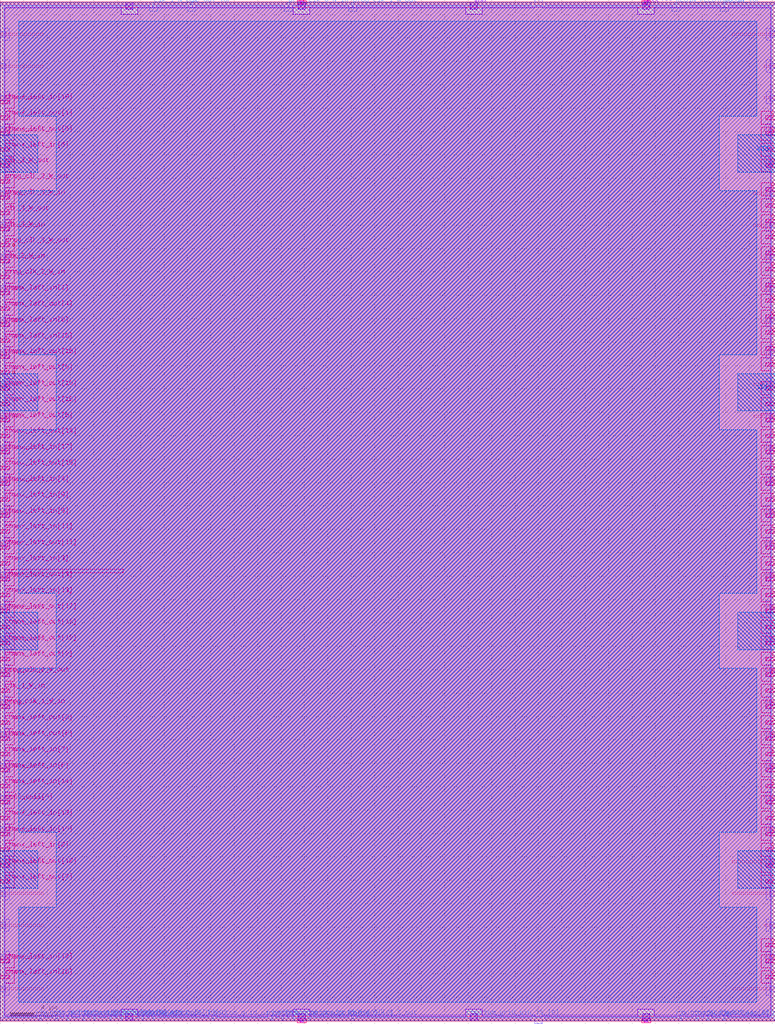
<source format=lef>
VERSION 5.7 ;
BUSBITCHARS "[]" ;

UNITS
  DATABASE MICRONS 1000 ;
END UNITS

MANUFACTURINGGRID 0.005 ;

LAYER li1
  TYPE ROUTING ;
  DIRECTION VERTICAL ;
  PITCH 0.46 ;
  WIDTH 0.17 ;
END li1

LAYER mcon
  TYPE CUT ;
END mcon

LAYER met1
  TYPE ROUTING ;
  DIRECTION HORIZONTAL ;
  PITCH 0.34 ;
  WIDTH 0.14 ;
END met1

LAYER via
  TYPE CUT ;
END via

LAYER met2
  TYPE ROUTING ;
  DIRECTION VERTICAL ;
  PITCH 0.46 ;
  WIDTH 0.14 ;
END met2

LAYER via2
  TYPE CUT ;
END via2

LAYER met3
  TYPE ROUTING ;
  DIRECTION HORIZONTAL ;
  PITCH 0.68 ;
  WIDTH 0.3 ;
END met3

LAYER via3
  TYPE CUT ;
END via3

LAYER met4
  TYPE ROUTING ;
  DIRECTION VERTICAL ;
  PITCH 0.92 ;
  WIDTH 0.3 ;
END met4

LAYER via4
  TYPE CUT ;
END via4

LAYER met5
  TYPE ROUTING ;
  DIRECTION HORIZONTAL ;
  PITCH 3.4 ;
  WIDTH 1.6 ;
END met5

LAYER nwell
  TYPE MASTERSLICE ;
END nwell

LAYER pwell
  TYPE MASTERSLICE ;
END pwell

LAYER OVERLAP
  TYPE OVERLAP ;
END OVERLAP

VIA L1M1_PR
  LAYER li1 ;
    RECT -0.085 -0.085 0.085 0.085 ;
  LAYER mcon ;
    RECT -0.085 -0.085 0.085 0.085 ;
  LAYER met1 ;
    RECT -0.145 -0.115 0.145 0.115 ;
END L1M1_PR

VIA L1M1_PR_R
  LAYER li1 ;
    RECT -0.085 -0.085 0.085 0.085 ;
  LAYER mcon ;
    RECT -0.085 -0.085 0.085 0.085 ;
  LAYER met1 ;
    RECT -0.115 -0.145 0.115 0.145 ;
END L1M1_PR_R

VIA L1M1_PR_M
  LAYER li1 ;
    RECT -0.085 -0.085 0.085 0.085 ;
  LAYER mcon ;
    RECT -0.085 -0.085 0.085 0.085 ;
  LAYER met1 ;
    RECT -0.115 -0.145 0.115 0.145 ;
END L1M1_PR_M

VIA L1M1_PR_MR
  LAYER li1 ;
    RECT -0.085 -0.085 0.085 0.085 ;
  LAYER mcon ;
    RECT -0.085 -0.085 0.085 0.085 ;
  LAYER met1 ;
    RECT -0.145 -0.115 0.145 0.115 ;
END L1M1_PR_MR

VIA L1M1_PR_C
  LAYER li1 ;
    RECT -0.085 -0.085 0.085 0.085 ;
  LAYER mcon ;
    RECT -0.085 -0.085 0.085 0.085 ;
  LAYER met1 ;
    RECT -0.145 -0.145 0.145 0.145 ;
END L1M1_PR_C

VIA M1M2_PR
  LAYER met1 ;
    RECT -0.16 -0.13 0.16 0.13 ;
  LAYER via ;
    RECT -0.075 -0.075 0.075 0.075 ;
  LAYER met2 ;
    RECT -0.13 -0.16 0.13 0.16 ;
END M1M2_PR

VIA M1M2_PR_Enc
  LAYER met1 ;
    RECT -0.16 -0.13 0.16 0.13 ;
  LAYER via ;
    RECT -0.075 -0.075 0.075 0.075 ;
  LAYER met2 ;
    RECT -0.16 -0.13 0.16 0.13 ;
END M1M2_PR_Enc

VIA M1M2_PR_R
  LAYER met1 ;
    RECT -0.13 -0.16 0.13 0.16 ;
  LAYER via ;
    RECT -0.075 -0.075 0.075 0.075 ;
  LAYER met2 ;
    RECT -0.16 -0.13 0.16 0.13 ;
END M1M2_PR_R

VIA M1M2_PR_R_Enc
  LAYER met1 ;
    RECT -0.13 -0.16 0.13 0.16 ;
  LAYER via ;
    RECT -0.075 -0.075 0.075 0.075 ;
  LAYER met2 ;
    RECT -0.13 -0.16 0.13 0.16 ;
END M1M2_PR_R_Enc

VIA M1M2_PR_M
  LAYER met1 ;
    RECT -0.16 -0.13 0.16 0.13 ;
  LAYER via ;
    RECT -0.075 -0.075 0.075 0.075 ;
  LAYER met2 ;
    RECT -0.16 -0.13 0.16 0.13 ;
END M1M2_PR_M

VIA M1M2_PR_M_Enc
  LAYER met1 ;
    RECT -0.16 -0.13 0.16 0.13 ;
  LAYER via ;
    RECT -0.075 -0.075 0.075 0.075 ;
  LAYER met2 ;
    RECT -0.13 -0.16 0.13 0.16 ;
END M1M2_PR_M_Enc

VIA M1M2_PR_MR
  LAYER met1 ;
    RECT -0.13 -0.16 0.13 0.16 ;
  LAYER via ;
    RECT -0.075 -0.075 0.075 0.075 ;
  LAYER met2 ;
    RECT -0.13 -0.16 0.13 0.16 ;
END M1M2_PR_MR

VIA M1M2_PR_MR_Enc
  LAYER met1 ;
    RECT -0.13 -0.16 0.13 0.16 ;
  LAYER via ;
    RECT -0.075 -0.075 0.075 0.075 ;
  LAYER met2 ;
    RECT -0.16 -0.13 0.16 0.13 ;
END M1M2_PR_MR_Enc

VIA M1M2_PR_C
  LAYER met1 ;
    RECT -0.16 -0.16 0.16 0.16 ;
  LAYER via ;
    RECT -0.075 -0.075 0.075 0.075 ;
  LAYER met2 ;
    RECT -0.16 -0.16 0.16 0.16 ;
END M1M2_PR_C

VIA M2M3_PR
  LAYER met2 ;
    RECT -0.14 -0.185 0.14 0.185 ;
  LAYER via2 ;
    RECT -0.1 -0.1 0.1 0.1 ;
  LAYER met3 ;
    RECT -0.165 -0.165 0.165 0.165 ;
END M2M3_PR

VIA M2M3_PR_R
  LAYER met2 ;
    RECT -0.185 -0.14 0.185 0.14 ;
  LAYER via2 ;
    RECT -0.1 -0.1 0.1 0.1 ;
  LAYER met3 ;
    RECT -0.165 -0.165 0.165 0.165 ;
END M2M3_PR_R

VIA M2M3_PR_M
  LAYER met2 ;
    RECT -0.14 -0.185 0.14 0.185 ;
  LAYER via2 ;
    RECT -0.1 -0.1 0.1 0.1 ;
  LAYER met3 ;
    RECT -0.165 -0.165 0.165 0.165 ;
END M2M3_PR_M

VIA M2M3_PR_MR
  LAYER met2 ;
    RECT -0.185 -0.14 0.185 0.14 ;
  LAYER via2 ;
    RECT -0.1 -0.1 0.1 0.1 ;
  LAYER met3 ;
    RECT -0.165 -0.165 0.165 0.165 ;
END M2M3_PR_MR

VIA M2M3_PR_C
  LAYER met2 ;
    RECT -0.185 -0.185 0.185 0.185 ;
  LAYER via2 ;
    RECT -0.1 -0.1 0.1 0.1 ;
  LAYER met3 ;
    RECT -0.165 -0.165 0.165 0.165 ;
END M2M3_PR_C

VIA M3M4_PR
  LAYER met3 ;
    RECT -0.19 -0.16 0.19 0.16 ;
  LAYER via3 ;
    RECT -0.1 -0.1 0.1 0.1 ;
  LAYER met4 ;
    RECT -0.165 -0.165 0.165 0.165 ;
END M3M4_PR

VIA M3M4_PR_R
  LAYER met3 ;
    RECT -0.16 -0.19 0.16 0.19 ;
  LAYER via3 ;
    RECT -0.1 -0.1 0.1 0.1 ;
  LAYER met4 ;
    RECT -0.165 -0.165 0.165 0.165 ;
END M3M4_PR_R

VIA M3M4_PR_M
  LAYER met3 ;
    RECT -0.19 -0.16 0.19 0.16 ;
  LAYER via3 ;
    RECT -0.1 -0.1 0.1 0.1 ;
  LAYER met4 ;
    RECT -0.165 -0.165 0.165 0.165 ;
END M3M4_PR_M

VIA M3M4_PR_MR
  LAYER met3 ;
    RECT -0.16 -0.19 0.16 0.19 ;
  LAYER via3 ;
    RECT -0.1 -0.1 0.1 0.1 ;
  LAYER met4 ;
    RECT -0.165 -0.165 0.165 0.165 ;
END M3M4_PR_MR

VIA M3M4_PR_C
  LAYER met3 ;
    RECT -0.19 -0.19 0.19 0.19 ;
  LAYER via3 ;
    RECT -0.1 -0.1 0.1 0.1 ;
  LAYER met4 ;
    RECT -0.165 -0.165 0.165 0.165 ;
END M3M4_PR_C

VIA M4M5_PR
  LAYER met4 ;
    RECT -0.59 -0.59 0.59 0.59 ;
  LAYER via4 ;
    RECT -0.4 -0.4 0.4 0.4 ;
  LAYER met5 ;
    RECT -0.71 -0.71 0.71 0.71 ;
END M4M5_PR

VIA M4M5_PR_R
  LAYER met4 ;
    RECT -0.59 -0.59 0.59 0.59 ;
  LAYER via4 ;
    RECT -0.4 -0.4 0.4 0.4 ;
  LAYER met5 ;
    RECT -0.71 -0.71 0.71 0.71 ;
END M4M5_PR_R

VIA M4M5_PR_M
  LAYER met4 ;
    RECT -0.59 -0.59 0.59 0.59 ;
  LAYER via4 ;
    RECT -0.4 -0.4 0.4 0.4 ;
  LAYER met5 ;
    RECT -0.71 -0.71 0.71 0.71 ;
END M4M5_PR_M

VIA M4M5_PR_MR
  LAYER met4 ;
    RECT -0.59 -0.59 0.59 0.59 ;
  LAYER via4 ;
    RECT -0.4 -0.4 0.4 0.4 ;
  LAYER met5 ;
    RECT -0.71 -0.71 0.71 0.71 ;
END M4M5_PR_MR

VIA M4M5_PR_C
  LAYER met4 ;
    RECT -0.59 -0.59 0.59 0.59 ;
  LAYER via4 ;
    RECT -0.4 -0.4 0.4 0.4 ;
  LAYER met5 ;
    RECT -0.71 -0.71 0.71 0.71 ;
END M4M5_PR_C

SITE unit
  CLASS CORE ;
  SYMMETRY Y ;
  SIZE 0.46 BY 2.72 ;
END unit

SITE unithddbl
  CLASS CORE ;
  SIZE 0.46 BY 5.44 ;
END unithddbl

MACRO cbx_1__1_
  CLASS BLOCK ;
  ORIGIN 0 0 ;
  SIZE 66.24 BY 87.04 ;
  SYMMETRY X Y ;
  PIN chanx_left_in[0]
    DIRECTION INPUT ;
    USE SIGNAL ;
    PORT
      LAYER met3 ;
        RECT 0 59.35 0.8 59.65 ;
    END
  END chanx_left_in[0]
  PIN chanx_left_in[1]
    DIRECTION INPUT ;
    USE SIGNAL ;
    PORT
      LAYER met3 ;
        RECT 0 62.07 0.8 62.37 ;
    END
  END chanx_left_in[1]
  PIN chanx_left_in[2]
    DIRECTION INPUT ;
    USE SIGNAL ;
    PORT
      LAYER met3 ;
        RECT 0 14.47 0.8 14.77 ;
    END
  END chanx_left_in[2]
  PIN chanx_left_in[3]
    DIRECTION INPUT ;
    USE SIGNAL ;
    PORT
      LAYER met3 ;
        RECT 0 38.95 0.8 39.25 ;
    END
  END chanx_left_in[3]
  PIN chanx_left_in[4]
    DIRECTION INPUT ;
    USE SIGNAL ;
    PORT
      LAYER met3 ;
        RECT 0 45.75 0.8 46.05 ;
    END
  END chanx_left_in[4]
  PIN chanx_left_in[5]
    DIRECTION INPUT ;
    USE SIGNAL ;
    PORT
      LAYER met3 ;
        RECT 0 43.03 0.8 43.33 ;
    END
  END chanx_left_in[5]
  PIN chanx_left_in[6]
    DIRECTION INPUT ;
    USE SIGNAL ;
    PORT
      LAYER met3 ;
        RECT 0 74.31 0.8 74.61 ;
    END
  END chanx_left_in[6]
  PIN chanx_left_in[7]
    DIRECTION INPUT ;
    USE SIGNAL ;
    PORT
      LAYER met3 ;
        RECT 0 22.63 0.8 22.93 ;
    END
  END chanx_left_in[7]
  PIN chanx_left_in[8]
    DIRECTION INPUT ;
    USE SIGNAL ;
    PORT
      LAYER met3 ;
        RECT 0 21.27 0.8 21.57 ;
    END
  END chanx_left_in[8]
  PIN chanx_left_in[9]
    DIRECTION INPUT ;
    USE SIGNAL ;
    PORT
      LAYER met3 ;
        RECT 0 44.39 0.8 44.69 ;
    END
  END chanx_left_in[9]
  PIN chanx_left_in[10]
    DIRECTION INPUT ;
    USE SIGNAL ;
    PORT
      LAYER met3 ;
        RECT 0 15.83 0.8 16.13 ;
    END
  END chanx_left_in[10]
  PIN chanx_left_in[11]
    DIRECTION INPUT ;
    USE SIGNAL ;
    PORT
      LAYER met3 ;
        RECT 0 41.67 0.8 41.97 ;
    END
  END chanx_left_in[11]
  PIN chanx_left_in[12]
    DIRECTION INPUT ;
    USE SIGNAL ;
    PORT
      LAYER met3 ;
        RECT 0 4.95 0.8 5.25 ;
    END
  END chanx_left_in[12]
  PIN chanx_left_in[13]
    DIRECTION INPUT ;
    USE SIGNAL ;
    PORT
      LAYER met3 ;
        RECT 0 36.23 0.8 36.53 ;
    END
  END chanx_left_in[13]
  PIN chanx_left_in[14]
    DIRECTION INPUT ;
    USE SIGNAL ;
    PORT
      LAYER met3 ;
        RECT 0 19.91 0.8 20.21 ;
    END
  END chanx_left_in[14]
  PIN chanx_left_in[15]
    DIRECTION INPUT ;
    USE SIGNAL ;
    PORT
      LAYER met3 ;
        RECT 0 57.99 0.8 58.29 ;
    END
  END chanx_left_in[15]
  PIN chanx_left_in[16]
    DIRECTION INPUT ;
    USE SIGNAL ;
    PORT
      LAYER met3 ;
        RECT 0 3.59 0.8 3.89 ;
    END
  END chanx_left_in[16]
  PIN chanx_left_in[17]
    DIRECTION INPUT ;
    USE SIGNAL ;
    PORT
      LAYER met3 ;
        RECT 0 48.47 0.8 48.77 ;
    END
  END chanx_left_in[17]
  PIN chanx_left_in[18]
    DIRECTION INPUT ;
    USE SIGNAL ;
    PORT
      LAYER met3 ;
        RECT 0 17.19 0.8 17.49 ;
    END
  END chanx_left_in[18]
  PIN chanx_left_in[19]
    DIRECTION INPUT ;
    USE SIGNAL ;
    PORT
      LAYER met3 ;
        RECT 0 78.39 0.8 78.69 ;
    END
  END chanx_left_in[19]
  PIN chanx_right_in[0]
    DIRECTION INPUT ;
    USE SIGNAL ;
    PORT
      LAYER met3 ;
        RECT 65.44 13.11 66.24 13.41 ;
    END
  END chanx_right_in[0]
  PIN chanx_right_in[1]
    DIRECTION INPUT ;
    USE SIGNAL ;
    PORT
      LAYER met3 ;
        RECT 65.44 53.91 66.24 54.21 ;
    END
  END chanx_right_in[1]
  PIN chanx_right_in[2]
    DIRECTION INPUT ;
    USE SIGNAL ;
    PORT
      LAYER met3 ;
        RECT 65.44 23.99 66.24 24.29 ;
    END
  END chanx_right_in[2]
  PIN chanx_right_in[3]
    DIRECTION INPUT ;
    USE SIGNAL ;
    PORT
      LAYER met3 ;
        RECT 65.44 44.39 66.24 44.69 ;
    END
  END chanx_right_in[3]
  PIN chanx_right_in[4]
    DIRECTION INPUT ;
    USE SIGNAL ;
    PORT
      LAYER met3 ;
        RECT 65.44 4.95 66.24 5.25 ;
    END
  END chanx_right_in[4]
  PIN chanx_right_in[5]
    DIRECTION INPUT ;
    USE SIGNAL ;
    PORT
      LAYER met3 ;
        RECT 65.44 33.51 66.24 33.81 ;
    END
  END chanx_right_in[5]
  PIN chanx_right_in[6]
    DIRECTION INPUT ;
    USE SIGNAL ;
    PORT
      LAYER met3 ;
        RECT 65.44 22.63 66.24 22.93 ;
    END
  END chanx_right_in[6]
  PIN chanx_right_in[7]
    DIRECTION INPUT ;
    USE SIGNAL ;
    PORT
      LAYER met3 ;
        RECT 65.44 14.47 66.24 14.77 ;
    END
  END chanx_right_in[7]
  PIN chanx_right_in[8]
    DIRECTION INPUT ;
    USE SIGNAL ;
    PORT
      LAYER met3 ;
        RECT 65.44 19.91 66.24 20.21 ;
    END
  END chanx_right_in[8]
  PIN chanx_right_in[9]
    DIRECTION INPUT ;
    USE SIGNAL ;
    PORT
      LAYER met3 ;
        RECT 65.44 38.95 66.24 39.25 ;
    END
  END chanx_right_in[9]
  PIN chanx_right_in[10]
    DIRECTION INPUT ;
    USE SIGNAL ;
    PORT
      LAYER met3 ;
        RECT 65.44 25.35 66.24 25.65 ;
    END
  END chanx_right_in[10]
  PIN chanx_right_in[11]
    DIRECTION INPUT ;
    USE SIGNAL ;
    PORT
      LAYER met3 ;
        RECT 65.44 41.67 66.24 41.97 ;
    END
  END chanx_right_in[11]
  PIN chanx_right_in[12]
    DIRECTION INPUT ;
    USE SIGNAL ;
    PORT
      LAYER met3 ;
        RECT 65.44 6.31 66.24 6.61 ;
    END
  END chanx_right_in[12]
  PIN chanx_right_in[13]
    DIRECTION INPUT ;
    USE SIGNAL ;
    PORT
      LAYER met3 ;
        RECT 65.44 75.67 66.24 75.97 ;
    END
  END chanx_right_in[13]
  PIN chanx_right_in[14]
    DIRECTION INPUT ;
    USE SIGNAL ;
    PORT
      LAYER met3 ;
        RECT 65.44 26.71 66.24 27.01 ;
    END
  END chanx_right_in[14]
  PIN chanx_right_in[15]
    DIRECTION INPUT ;
    USE SIGNAL ;
    PORT
      LAYER met3 ;
        RECT 65.44 17.19 66.24 17.49 ;
    END
  END chanx_right_in[15]
  PIN chanx_right_in[16]
    DIRECTION INPUT ;
    USE SIGNAL ;
    PORT
      LAYER met3 ;
        RECT 65.44 3.59 66.24 3.89 ;
    END
  END chanx_right_in[16]
  PIN chanx_right_in[17]
    DIRECTION INPUT ;
    USE SIGNAL ;
    PORT
      LAYER met3 ;
        RECT 65.44 40.31 66.24 40.61 ;
    END
  END chanx_right_in[17]
  PIN chanx_right_in[18]
    DIRECTION INPUT ;
    USE SIGNAL ;
    PORT
      LAYER met3 ;
        RECT 65.44 21.27 66.24 21.57 ;
    END
  END chanx_right_in[18]
  PIN chanx_right_in[19]
    DIRECTION INPUT ;
    USE SIGNAL ;
    PORT
      LAYER met3 ;
        RECT 65.44 15.83 66.24 16.13 ;
    END
  END chanx_right_in[19]
  PIN ccff_head[0]
    DIRECTION INPUT ;
    USE SIGNAL ;
    PORT
      LAYER met3 ;
        RECT 65.44 18.55 66.24 18.85 ;
    END
  END ccff_head[0]
  PIN chanx_left_out[0]
    DIRECTION OUTPUT ;
    USE SIGNAL ;
    PORT
      LAYER met3 ;
        RECT 0 55.27 0.8 55.57 ;
    END
  END chanx_left_out[0]
  PIN chanx_left_out[1]
    DIRECTION OUTPUT ;
    USE SIGNAL ;
    PORT
      LAYER met3 ;
        RECT 0 77.03 0.8 77.33 ;
    END
  END chanx_left_out[1]
  PIN chanx_left_out[2]
    DIRECTION OUTPUT ;
    USE SIGNAL ;
    PORT
      LAYER met3 ;
        RECT 0 25.35 0.8 25.65 ;
    END
  END chanx_left_out[2]
  PIN chanx_left_out[3]
    DIRECTION OUTPUT ;
    USE SIGNAL ;
    PORT
      LAYER met3 ;
        RECT 0 37.59 0.8 37.89 ;
    END
  END chanx_left_out[3]
  PIN chanx_left_out[4]
    DIRECTION OUTPUT ;
    USE SIGNAL ;
    PORT
      LAYER met3 ;
        RECT 0 60.71 0.8 61.01 ;
    END
  END chanx_left_out[4]
  PIN chanx_left_out[5]
    DIRECTION OUTPUT ;
    USE SIGNAL ;
    PORT
      LAYER met3 ;
        RECT 0 75.67 0.8 75.97 ;
    END
  END chanx_left_out[5]
  PIN chanx_left_out[6]
    DIRECTION OUTPUT ;
    USE SIGNAL ;
    PORT
      LAYER met3 ;
        RECT 0 51.19 0.8 51.49 ;
    END
  END chanx_left_out[6]
  PIN chanx_left_out[7]
    DIRECTION OUTPUT ;
    USE SIGNAL ;
    PORT
      LAYER met3 ;
        RECT 0 11.75 0.8 12.05 ;
    END
  END chanx_left_out[7]
  PIN chanx_left_out[8]
    DIRECTION OUTPUT ;
    USE SIGNAL ;
    PORT
      LAYER met3 ;
        RECT 0 23.99 0.8 24.29 ;
    END
  END chanx_left_out[8]
  PIN chanx_left_out[9]
    DIRECTION OUTPUT ;
    USE SIGNAL ;
    PORT
      LAYER met3 ;
        RECT 0 30.79 0.8 31.09 ;
    END
  END chanx_left_out[9]
  PIN chanx_left_out[10]
    DIRECTION OUTPUT ;
    USE SIGNAL ;
    PORT
      LAYER met3 ;
        RECT 0 53.91 0.8 54.21 ;
    END
  END chanx_left_out[10]
  PIN chanx_left_out[11]
    DIRECTION OUTPUT ;
    USE SIGNAL ;
    PORT
      LAYER met3 ;
        RECT 0 40.31 0.8 40.61 ;
    END
  END chanx_left_out[11]
  PIN chanx_left_out[12]
    DIRECTION OUTPUT ;
    USE SIGNAL ;
    PORT
      LAYER met3 ;
        RECT 0 13.11 0.8 13.41 ;
    END
  END chanx_left_out[12]
  PIN chanx_left_out[13]
    DIRECTION OUTPUT ;
    USE SIGNAL ;
    PORT
      LAYER met3 ;
        RECT 0 33.51 0.8 33.81 ;
    END
  END chanx_left_out[13]
  PIN chanx_left_out[14]
    DIRECTION OUTPUT ;
    USE SIGNAL ;
    PORT
      LAYER met3 ;
        RECT 0 49.83 0.8 50.13 ;
    END
  END chanx_left_out[14]
  PIN chanx_left_out[15]
    DIRECTION OUTPUT ;
    USE SIGNAL ;
    PORT
      LAYER met3 ;
        RECT 0 47.11 0.8 47.41 ;
    END
  END chanx_left_out[15]
  PIN chanx_left_out[16]
    DIRECTION OUTPUT ;
    USE SIGNAL ;
    PORT
      LAYER met3 ;
        RECT 0 56.63 0.8 56.93 ;
    END
  END chanx_left_out[16]
  PIN chanx_left_out[17]
    DIRECTION OUTPUT ;
    USE SIGNAL ;
    PORT
      LAYER met3 ;
        RECT 0 34.87 0.8 35.17 ;
    END
  END chanx_left_out[17]
  PIN chanx_left_out[18]
    DIRECTION OUTPUT ;
    USE SIGNAL ;
    PORT
      LAYER met3 ;
        RECT 0 52.55 0.8 52.85 ;
    END
  END chanx_left_out[18]
  PIN chanx_left_out[19]
    DIRECTION OUTPUT ;
    USE SIGNAL ;
    PORT
      LAYER met3 ;
        RECT 0 32.15 0.8 32.45 ;
    END
  END chanx_left_out[19]
  PIN chanx_right_out[0]
    DIRECTION OUTPUT ;
    USE SIGNAL ;
    PORT
      LAYER met3 ;
        RECT 65.44 48.47 66.24 48.77 ;
    END
  END chanx_right_out[0]
  PIN chanx_right_out[1]
    DIRECTION OUTPUT ;
    USE SIGNAL ;
    PORT
      LAYER met3 ;
        RECT 65.44 43.03 66.24 43.33 ;
    END
  END chanx_right_out[1]
  PIN chanx_right_out[2]
    DIRECTION OUTPUT ;
    USE SIGNAL ;
    PORT
      LAYER met3 ;
        RECT 65.44 51.19 66.24 51.49 ;
    END
  END chanx_right_out[2]
  PIN chanx_right_out[3]
    DIRECTION OUTPUT ;
    USE SIGNAL ;
    PORT
      LAYER met3 ;
        RECT 65.44 45.75 66.24 46.05 ;
    END
  END chanx_right_out[3]
  PIN chanx_right_out[4]
    DIRECTION OUTPUT ;
    USE SIGNAL ;
    PORT
      LAYER met3 ;
        RECT 65.44 11.75 66.24 12.05 ;
    END
  END chanx_right_out[4]
  PIN chanx_right_out[5]
    DIRECTION OUTPUT ;
    USE SIGNAL ;
    PORT
      LAYER met3 ;
        RECT 65.44 36.23 66.24 36.53 ;
    END
  END chanx_right_out[5]
  PIN chanx_right_out[6]
    DIRECTION OUTPUT ;
    USE SIGNAL ;
    PORT
      LAYER met3 ;
        RECT 65.44 32.15 66.24 32.45 ;
    END
  END chanx_right_out[6]
  PIN chanx_right_out[7]
    DIRECTION OUTPUT ;
    USE SIGNAL ;
    PORT
      LAYER met3 ;
        RECT 65.44 37.59 66.24 37.89 ;
    END
  END chanx_right_out[7]
  PIN chanx_right_out[8]
    DIRECTION OUTPUT ;
    USE SIGNAL ;
    PORT
      LAYER met3 ;
        RECT 65.44 55.95 66.24 56.25 ;
    END
  END chanx_right_out[8]
  PIN chanx_right_out[9]
    DIRECTION OUTPUT ;
    USE SIGNAL ;
    PORT
      LAYER met3 ;
        RECT 65.44 61.39 66.24 61.69 ;
    END
  END chanx_right_out[9]
  PIN chanx_right_out[10]
    DIRECTION OUTPUT ;
    USE SIGNAL ;
    PORT
      LAYER met3 ;
        RECT 65.44 30.79 66.24 31.09 ;
    END
  END chanx_right_out[10]
  PIN chanx_right_out[11]
    DIRECTION OUTPUT ;
    USE SIGNAL ;
    PORT
      LAYER met3 ;
        RECT 65.44 47.11 66.24 47.41 ;
    END
  END chanx_right_out[11]
  PIN chanx_right_out[12]
    DIRECTION OUTPUT ;
    USE SIGNAL ;
    PORT
      LAYER met3 ;
        RECT 65.44 49.83 66.24 50.13 ;
    END
  END chanx_right_out[12]
  PIN chanx_right_out[13]
    DIRECTION OUTPUT ;
    USE SIGNAL ;
    PORT
      LAYER met3 ;
        RECT 65.44 77.03 66.24 77.33 ;
    END
  END chanx_right_out[13]
  PIN chanx_right_out[14]
    DIRECTION OUTPUT ;
    USE SIGNAL ;
    PORT
      LAYER met3 ;
        RECT 65.44 34.87 66.24 35.17 ;
    END
  END chanx_right_out[14]
  PIN chanx_right_out[15]
    DIRECTION OUTPUT ;
    USE SIGNAL ;
    PORT
      LAYER met3 ;
        RECT 65.44 58.67 66.24 58.97 ;
    END
  END chanx_right_out[15]
  PIN chanx_right_out[16]
    DIRECTION OUTPUT ;
    USE SIGNAL ;
    PORT
      LAYER met3 ;
        RECT 65.44 52.55 66.24 52.85 ;
    END
  END chanx_right_out[16]
  PIN chanx_right_out[17]
    DIRECTION OUTPUT ;
    USE SIGNAL ;
    PORT
      LAYER met3 ;
        RECT 65.44 60.03 66.24 60.33 ;
    END
  END chanx_right_out[17]
  PIN chanx_right_out[18]
    DIRECTION OUTPUT ;
    USE SIGNAL ;
    PORT
      LAYER met3 ;
        RECT 65.44 74.31 66.24 74.61 ;
    END
  END chanx_right_out[18]
  PIN chanx_right_out[19]
    DIRECTION OUTPUT ;
    USE SIGNAL ;
    PORT
      LAYER met3 ;
        RECT 65.44 57.31 66.24 57.61 ;
    END
  END chanx_right_out[19]
  PIN bottom_grid_pin_0_[0]
    DIRECTION OUTPUT ;
    USE SIGNAL ;
    PORT
      LAYER met2 ;
        RECT 18.1 0 18.24 0.485 ;
    END
  END bottom_grid_pin_0_[0]
  PIN bottom_grid_pin_1_[0]
    DIRECTION OUTPUT ;
    USE SIGNAL ;
    PORT
      LAYER met2 ;
        RECT 12.12 0 12.26 0.485 ;
    END
  END bottom_grid_pin_1_[0]
  PIN bottom_grid_pin_2_[0]
    DIRECTION OUTPUT ;
    USE SIGNAL ;
    PORT
      LAYER met2 ;
        RECT 11.2 0 11.34 0.485 ;
    END
  END bottom_grid_pin_2_[0]
  PIN bottom_grid_pin_3_[0]
    DIRECTION OUTPUT ;
    USE SIGNAL ;
    PORT
      LAYER met2 ;
        RECT 5.68 0 5.82 0.485 ;
    END
  END bottom_grid_pin_3_[0]
  PIN bottom_grid_pin_4_[0]
    DIRECTION OUTPUT ;
    USE SIGNAL ;
    PORT
      LAYER met2 ;
        RECT 7.06 0 7.2 0.485 ;
    END
  END bottom_grid_pin_4_[0]
  PIN bottom_grid_pin_5_[0]
    DIRECTION OUTPUT ;
    USE SIGNAL ;
    PORT
      LAYER met2 ;
        RECT 7.98 0 8.12 0.485 ;
    END
  END bottom_grid_pin_5_[0]
  PIN bottom_grid_pin_6_[0]
    DIRECTION OUTPUT ;
    USE SIGNAL ;
    PORT
      LAYER met2 ;
        RECT 3.38 0 3.52 0.485 ;
    END
  END bottom_grid_pin_6_[0]
  PIN bottom_grid_pin_7_[0]
    DIRECTION OUTPUT ;
    USE SIGNAL ;
    PORT
      LAYER met2 ;
        RECT 10.28 0 10.42 0.485 ;
    END
  END bottom_grid_pin_7_[0]
  PIN bottom_grid_pin_8_[0]
    DIRECTION OUTPUT ;
    USE SIGNAL ;
    PORT
      LAYER met2 ;
        RECT 25 0 25.14 0.485 ;
    END
  END bottom_grid_pin_8_[0]
  PIN bottom_grid_pin_9_[0]
    DIRECTION OUTPUT ;
    USE SIGNAL ;
    PORT
      LAYER met2 ;
        RECT 26.38 0 26.52 0.485 ;
    END
  END bottom_grid_pin_9_[0]
  PIN bottom_grid_pin_10_[0]
    DIRECTION OUTPUT ;
    USE SIGNAL ;
    PORT
      LAYER met2 ;
        RECT 24.08 0 24.22 0.485 ;
    END
  END bottom_grid_pin_10_[0]
  PIN bottom_grid_pin_11_[0]
    DIRECTION OUTPUT ;
    USE SIGNAL ;
    PORT
      LAYER met2 ;
        RECT 23.16 0 23.3 0.485 ;
    END
  END bottom_grid_pin_11_[0]
  PIN bottom_grid_pin_12_[0]
    DIRECTION OUTPUT ;
    USE SIGNAL ;
    PORT
      LAYER met2 ;
        RECT 59.5 0 59.64 0.485 ;
    END
  END bottom_grid_pin_12_[0]
  PIN bottom_grid_pin_13_[0]
    DIRECTION OUTPUT ;
    USE SIGNAL ;
    PORT
      LAYER met2 ;
        RECT 61.8 0 61.94 0.485 ;
    END
  END bottom_grid_pin_13_[0]
  PIN bottom_grid_pin_14_[0]
    DIRECTION OUTPUT ;
    USE SIGNAL ;
    PORT
      LAYER met2 ;
        RECT 58.12 0 58.26 0.485 ;
    END
  END bottom_grid_pin_14_[0]
  PIN bottom_grid_pin_15_[0]
    DIRECTION OUTPUT ;
    USE SIGNAL ;
    PORT
      LAYER met2 ;
        RECT 40.18 0 40.32 0.485 ;
    END
  END bottom_grid_pin_15_[0]
  PIN ccff_tail[0]
    DIRECTION OUTPUT ;
    USE SIGNAL ;
    PORT
      LAYER met3 ;
        RECT 0 18.55 0.8 18.85 ;
    END
  END ccff_tail[0]
  PIN SC_IN_TOP
    DIRECTION INPUT ;
    USE SIGNAL ;
    PORT
      LAYER met2 ;
        RECT 61.8 86.555 61.94 87.04 ;
    END
  END SC_IN_TOP
  PIN SC_OUT_BOT
    DIRECTION OUTPUT ;
    USE SIGNAL ;
    PORT
      LAYER met2 ;
        RECT 4.76 0 4.9 0.485 ;
    END
  END SC_OUT_BOT
  PIN SC_IN_BOT
    DIRECTION INPUT ;
    USE SIGNAL ;
    PORT
      LAYER met2 ;
        RECT 60.42 0 60.56 0.485 ;
    END
  END SC_IN_BOT
  PIN SC_OUT_TOP
    DIRECTION OUTPUT ;
    USE SIGNAL ;
    PORT
      LAYER met2 ;
        RECT 16.26 86.555 16.4 87.04 ;
    END
  END SC_OUT_TOP
  PIN REGIN_FEEDTHROUGH
    DIRECTION INPUT ;
    USE SIGNAL ;
    PORT
      LAYER met2 ;
        RECT 57.66 86.555 57.8 87.04 ;
    END
  END REGIN_FEEDTHROUGH
  PIN REGOUT_FEEDTHROUGH
    DIRECTION OUTPUT ;
    USE SIGNAL ;
    PORT
      LAYER met2 ;
        RECT 9.36 0 9.5 0.485 ;
    END
  END REGOUT_FEEDTHROUGH
  PIN prog_clk_0_N_in
    DIRECTION INPUT ;
    USE CLOCK ;
    PORT
      LAYER met2 ;
        RECT 24.54 86.555 24.68 87.04 ;
    END
  END prog_clk_0_N_in
  PIN prog_clk_0_W_out
    DIRECTION OUTPUT ;
    USE CLOCK ;
    PORT
      LAYER met3 ;
        RECT 0 29.43 0.8 29.73 ;
    END
  END prog_clk_0_W_out
  PIN prog_clk_1_W_in
    DIRECTION INPUT ;
    USE SIGNAL ;
    PORT
      LAYER met3 ;
        RECT 0 26.71 0.8 27.01 ;
    END
  END prog_clk_1_W_in
  PIN prog_clk_1_E_in
    DIRECTION INPUT ;
    USE SIGNAL ;
    PORT
      LAYER met3 ;
        RECT 65.44 29.43 66.24 29.73 ;
    END
  END prog_clk_1_E_in
  PIN prog_clk_1_N_out
    DIRECTION OUTPUT ;
    USE SIGNAL ;
    PORT
      LAYER met2 ;
        RECT 30.06 86.555 30.2 87.04 ;
    END
  END prog_clk_1_N_out
  PIN prog_clk_1_S_out
    DIRECTION OUTPUT ;
    USE SIGNAL ;
    PORT
      LAYER met2 ;
        RECT 30.06 0 30.2 0.485 ;
    END
  END prog_clk_1_S_out
  PIN prog_clk_2_E_in
    DIRECTION INPUT ;
    USE SIGNAL ;
    PORT
      LAYER met3 ;
        RECT 65.44 62.75 66.24 63.05 ;
    END
  END prog_clk_2_E_in
  PIN prog_clk_2_W_in
    DIRECTION INPUT ;
    USE SIGNAL ;
    PORT
      LAYER met3 ;
        RECT 0 63.43 0.8 63.73 ;
    END
  END prog_clk_2_W_in
  PIN prog_clk_2_W_out
    DIRECTION OUTPUT ;
    USE SIGNAL ;
    PORT
      LAYER met3 ;
        RECT 0 71.59 0.8 71.89 ;
    END
  END prog_clk_2_W_out
  PIN prog_clk_2_E_out
    DIRECTION OUTPUT ;
    USE SIGNAL ;
    PORT
      LAYER met3 ;
        RECT 65.44 64.11 66.24 64.41 ;
    END
  END prog_clk_2_E_out
  PIN prog_clk_3_W_in
    DIRECTION INPUT ;
    USE SIGNAL ;
    PORT
      LAYER met3 ;
        RECT 0 70.23 0.8 70.53 ;
    END
  END prog_clk_3_W_in
  PIN prog_clk_3_E_in
    DIRECTION INPUT ;
    USE SIGNAL ;
    PORT
      LAYER met3 ;
        RECT 65.44 70.91 66.24 71.21 ;
    END
  END prog_clk_3_E_in
  PIN prog_clk_3_E_out
    DIRECTION OUTPUT ;
    USE SIGNAL ;
    PORT
      LAYER met3 ;
        RECT 65.44 65.47 66.24 65.77 ;
    END
  END prog_clk_3_E_out
  PIN prog_clk_3_W_out
    DIRECTION OUTPUT ;
    USE SIGNAL ;
    PORT
      LAYER met3 ;
        RECT 0 66.15 0.8 66.45 ;
    END
  END prog_clk_3_W_out
  PIN clk_1_W_in
    DIRECTION INPUT ;
    USE SIGNAL ;
    PORT
      LAYER met3 ;
        RECT 0 28.07 0.8 28.37 ;
    END
  END clk_1_W_in
  PIN clk_1_E_in
    DIRECTION INPUT ;
    USE SIGNAL ;
    PORT
      LAYER met3 ;
        RECT 65.44 28.07 66.24 28.37 ;
    END
  END clk_1_E_in
  PIN clk_1_N_out
    DIRECTION OUTPUT ;
    USE SIGNAL ;
    PORT
      LAYER met2 ;
        RECT 13.04 86.555 13.18 87.04 ;
    END
  END clk_1_N_out
  PIN clk_1_S_out
    DIRECTION OUTPUT ;
    USE SIGNAL ;
    PORT
      LAYER met2 ;
        RECT 13.04 0 13.18 0.485 ;
    END
  END clk_1_S_out
  PIN clk_2_E_in
    DIRECTION INPUT ;
    USE SIGNAL ;
    PORT
      LAYER met3 ;
        RECT 65.44 72.95 66.24 73.25 ;
    END
  END clk_2_E_in
  PIN clk_2_W_in
    DIRECTION INPUT ;
    USE SIGNAL ;
    PORT
      LAYER met3 ;
        RECT 0 64.79 0.8 65.09 ;
    END
  END clk_2_W_in
  PIN clk_2_W_out
    DIRECTION OUTPUT ;
    USE SIGNAL ;
    PORT
      LAYER met3 ;
        RECT 0 72.95 0.8 73.25 ;
    END
  END clk_2_W_out
  PIN clk_2_E_out
    DIRECTION OUTPUT ;
    USE SIGNAL ;
    PORT
      LAYER met3 ;
        RECT 65.44 66.83 66.24 67.13 ;
    END
  END clk_2_E_out
  PIN clk_3_W_in
    DIRECTION INPUT ;
    USE SIGNAL ;
    PORT
      LAYER met3 ;
        RECT 0 67.51 0.8 67.81 ;
    END
  END clk_3_W_in
  PIN clk_3_E_in
    DIRECTION INPUT ;
    USE SIGNAL ;
    PORT
      LAYER met3 ;
        RECT 65.44 69.55 66.24 69.85 ;
    END
  END clk_3_E_in
  PIN clk_3_E_out
    DIRECTION OUTPUT ;
    USE SIGNAL ;
    PORT
      LAYER met3 ;
        RECT 65.44 68.19 66.24 68.49 ;
    END
  END clk_3_E_out
  PIN clk_3_W_out
    DIRECTION OUTPUT ;
    USE SIGNAL ;
    PORT
      LAYER met3 ;
        RECT 0 68.87 0.8 69.17 ;
    END
  END clk_3_W_out
  PIN VDD
    DIRECTION INPUT ;
    USE POWER ;
    PORT
      LAYER met1 ;
        RECT 0 2.48 0.48 2.96 ;
        RECT 65.76 2.48 66.24 2.96 ;
        RECT 0 7.92 0.48 8.4 ;
        RECT 65.76 7.92 66.24 8.4 ;
        RECT 0 13.36 0.48 13.84 ;
        RECT 65.76 13.36 66.24 13.84 ;
        RECT 0 18.8 0.48 19.28 ;
        RECT 65.76 18.8 66.24 19.28 ;
        RECT 0 24.24 0.48 24.72 ;
        RECT 65.76 24.24 66.24 24.72 ;
        RECT 0 29.68 0.48 30.16 ;
        RECT 65.76 29.68 66.24 30.16 ;
        RECT 0 35.12 0.48 35.6 ;
        RECT 65.76 35.12 66.24 35.6 ;
        RECT 0 40.56 0.48 41.04 ;
        RECT 65.76 40.56 66.24 41.04 ;
        RECT 0 46 0.48 46.48 ;
        RECT 65.76 46 66.24 46.48 ;
        RECT 0 51.44 0.48 51.92 ;
        RECT 65.76 51.44 66.24 51.92 ;
        RECT 0 56.88 0.48 57.36 ;
        RECT 65.76 56.88 66.24 57.36 ;
        RECT 0 62.32 0.48 62.8 ;
        RECT 65.76 62.32 66.24 62.8 ;
        RECT 0 67.76 0.48 68.24 ;
        RECT 65.76 67.76 66.24 68.24 ;
        RECT 0 73.2 0.48 73.68 ;
        RECT 65.76 73.2 66.24 73.68 ;
        RECT 0 78.64 0.48 79.12 ;
        RECT 65.76 78.64 66.24 79.12 ;
        RECT 0 84.08 0.48 84.56 ;
        RECT 65.76 84.08 66.24 84.56 ;
      LAYER met5 ;
        RECT 0 11.32 3.2 14.52 ;
        RECT 63.04 11.32 66.24 14.52 ;
        RECT 0 52.12 3.2 55.32 ;
        RECT 63.04 52.12 66.24 55.32 ;
      LAYER met4 ;
        RECT 10.74 0 11.34 0.6 ;
        RECT 40.18 0 40.78 0.6 ;
        RECT 10.74 86.44 11.34 87.04 ;
        RECT 40.18 86.44 40.78 87.04 ;
    END
  END VDD
  PIN VSS
    DIRECTION INPUT ;
    USE GROUND ;
    PORT
      LAYER met1 ;
        RECT 0 0 45.4 0.24 ;
        RECT 46.6 0 66.24 0.24 ;
        RECT 0 5.2 0.48 5.68 ;
        RECT 65.76 5.2 66.24 5.68 ;
        RECT 0 10.64 0.48 11.12 ;
        RECT 65.76 10.64 66.24 11.12 ;
        RECT 0 16.08 0.48 16.56 ;
        RECT 65.76 16.08 66.24 16.56 ;
        RECT 0 21.52 0.48 22 ;
        RECT 65.76 21.52 66.24 22 ;
        RECT 0 26.96 0.48 27.44 ;
        RECT 65.76 26.96 66.24 27.44 ;
        RECT 0 32.4 0.48 32.88 ;
        RECT 65.76 32.4 66.24 32.88 ;
        RECT 0 37.84 0.48 38.32 ;
        RECT 65.76 37.84 66.24 38.32 ;
        RECT 0 43.28 0.48 43.76 ;
        RECT 65.76 43.28 66.24 43.76 ;
        RECT 0 48.72 0.48 49.2 ;
        RECT 65.76 48.72 66.24 49.2 ;
        RECT 0 54.16 0.48 54.64 ;
        RECT 65.76 54.16 66.24 54.64 ;
        RECT 0 59.6 0.48 60.08 ;
        RECT 65.76 59.6 66.24 60.08 ;
        RECT 0 65.04 0.48 65.52 ;
        RECT 65.76 65.04 66.24 65.52 ;
        RECT 0 70.48 0.48 70.96 ;
        RECT 65.76 70.48 66.24 70.96 ;
        RECT 0 75.92 0.48 76.4 ;
        RECT 65.76 75.92 66.24 76.4 ;
        RECT 0 81.36 0.48 81.84 ;
        RECT 65.76 81.36 66.24 81.84 ;
        RECT 0 86.8 45.4 87.04 ;
        RECT 46.6 86.8 66.24 87.04 ;
      LAYER met5 ;
        RECT 0 31.72 3.2 34.92 ;
        RECT 63.04 31.72 66.24 34.92 ;
        RECT 0 72.52 3.2 75.72 ;
        RECT 63.04 72.52 66.24 75.72 ;
      LAYER met4 ;
        RECT 25.46 0 26.06 0.6 ;
        RECT 54.9 0 55.5 0.6 ;
        RECT 25.46 86.44 26.06 87.04 ;
        RECT 54.9 86.44 55.5 87.04 ;
    END
  END VSS
  OBS
    LAYER met3 ;
      POLYGON 55.365 87.205 55.365 87.2 55.58 87.2 55.58 86.88 55.365 86.88 55.365 86.875 55.035 86.875 55.035 86.88 54.82 86.88 54.82 87.2 55.035 87.2 55.035 87.205 ;
      POLYGON 25.925 87.205 25.925 87.2 26.14 87.2 26.14 86.88 25.925 86.88 25.925 86.875 25.595 86.875 25.595 86.88 25.38 86.88 25.38 87.2 25.595 87.2 25.595 87.205 ;
      POLYGON 1.315 38.585 1.315 38.57 10.5 38.57 10.5 38.27 1.315 38.27 1.315 38.255 0.985 38.255 0.985 38.585 ;
      POLYGON 55.365 0.165 55.365 0.16 55.58 0.16 55.58 -0.16 55.365 -0.16 55.365 -0.165 55.035 -0.165 55.035 -0.16 54.82 -0.16 54.82 0.16 55.035 0.16 55.035 0.165 ;
      POLYGON 25.925 0.165 25.925 0.16 26.14 0.16 26.14 -0.16 25.925 -0.16 25.925 -0.165 25.595 -0.165 25.595 -0.16 25.38 -0.16 25.38 0.16 25.595 0.16 25.595 0.165 ;
      POLYGON 65.84 86.64 65.84 77.73 65.04 77.73 65.04 76.63 65.84 76.63 65.84 76.37 65.04 76.37 65.04 75.27 65.84 75.27 65.84 75.01 65.04 75.01 65.04 73.91 65.84 73.91 65.84 73.65 65.04 73.65 65.04 72.55 65.84 72.55 65.84 71.61 65.04 71.61 65.04 70.51 65.84 70.51 65.84 70.25 65.04 70.25 65.04 69.15 65.84 69.15 65.84 68.89 65.04 68.89 65.04 67.79 65.84 67.79 65.84 67.53 65.04 67.53 65.04 66.43 65.84 66.43 65.84 66.17 65.04 66.17 65.04 65.07 65.84 65.07 65.84 64.81 65.04 64.81 65.04 63.71 65.84 63.71 65.84 63.45 65.04 63.45 65.04 62.35 65.84 62.35 65.84 62.09 65.04 62.09 65.04 60.99 65.84 60.99 65.84 60.73 65.04 60.73 65.04 59.63 65.84 59.63 65.84 59.37 65.04 59.37 65.04 58.27 65.84 58.27 65.84 58.01 65.04 58.01 65.04 56.91 65.84 56.91 65.84 56.65 65.04 56.65 65.04 55.55 65.84 55.55 65.84 54.61 65.04 54.61 65.04 53.51 65.84 53.51 65.84 53.25 65.04 53.25 65.04 52.15 65.84 52.15 65.84 51.89 65.04 51.89 65.04 50.79 65.84 50.79 65.84 50.53 65.04 50.53 65.04 49.43 65.84 49.43 65.84 49.17 65.04 49.17 65.04 48.07 65.84 48.07 65.84 47.81 65.04 47.81 65.04 46.71 65.84 46.71 65.84 46.45 65.04 46.45 65.04 45.35 65.84 45.35 65.84 45.09 65.04 45.09 65.04 43.99 65.84 43.99 65.84 43.73 65.04 43.73 65.04 42.63 65.84 42.63 65.84 42.37 65.04 42.37 65.04 41.27 65.84 41.27 65.84 41.01 65.04 41.01 65.04 39.91 65.84 39.91 65.84 39.65 65.04 39.65 65.04 38.55 65.84 38.55 65.84 38.29 65.04 38.29 65.04 37.19 65.84 37.19 65.84 36.93 65.04 36.93 65.04 35.83 65.84 35.83 65.84 35.57 65.04 35.57 65.04 34.47 65.84 34.47 65.84 34.21 65.04 34.21 65.04 33.11 65.84 33.11 65.84 32.85 65.04 32.85 65.04 31.75 65.84 31.75 65.84 31.49 65.04 31.49 65.04 30.39 65.84 30.39 65.84 30.13 65.04 30.13 65.04 29.03 65.84 29.03 65.84 28.77 65.04 28.77 65.04 27.67 65.84 27.67 65.84 27.41 65.04 27.41 65.04 26.31 65.84 26.31 65.84 26.05 65.04 26.05 65.04 24.95 65.84 24.95 65.84 24.69 65.04 24.69 65.04 23.59 65.84 23.59 65.84 23.33 65.04 23.33 65.04 22.23 65.84 22.23 65.84 21.97 65.04 21.97 65.04 20.87 65.84 20.87 65.84 20.61 65.04 20.61 65.04 19.51 65.84 19.51 65.84 19.25 65.04 19.25 65.04 18.15 65.84 18.15 65.84 17.89 65.04 17.89 65.04 16.79 65.84 16.79 65.84 16.53 65.04 16.53 65.04 15.43 65.84 15.43 65.84 15.17 65.04 15.17 65.04 14.07 65.84 14.07 65.84 13.81 65.04 13.81 65.04 12.71 65.84 12.71 65.84 12.45 65.04 12.45 65.04 11.35 65.84 11.35 65.84 7.01 65.04 7.01 65.04 5.91 65.84 5.91 65.84 5.65 65.04 5.65 65.04 4.55 65.84 4.55 65.84 4.29 65.04 4.29 65.04 3.19 65.84 3.19 65.84 0.4 0.4 0.4 0.4 3.19 1.2 3.19 1.2 4.29 0.4 4.29 0.4 4.55 1.2 4.55 1.2 5.65 0.4 5.65 0.4 11.35 1.2 11.35 1.2 12.45 0.4 12.45 0.4 12.71 1.2 12.71 1.2 13.81 0.4 13.81 0.4 14.07 1.2 14.07 1.2 15.17 0.4 15.17 0.4 15.43 1.2 15.43 1.2 16.53 0.4 16.53 0.4 16.79 1.2 16.79 1.2 17.89 0.4 17.89 0.4 18.15 1.2 18.15 1.2 19.25 0.4 19.25 0.4 19.51 1.2 19.51 1.2 20.61 0.4 20.61 0.4 20.87 1.2 20.87 1.2 21.97 0.4 21.97 0.4 22.23 1.2 22.23 1.2 23.33 0.4 23.33 0.4 23.59 1.2 23.59 1.2 24.69 0.4 24.69 0.4 24.95 1.2 24.95 1.2 26.05 0.4 26.05 0.4 26.31 1.2 26.31 1.2 27.41 0.4 27.41 0.4 27.67 1.2 27.67 1.2 28.77 0.4 28.77 0.4 29.03 1.2 29.03 1.2 30.13 0.4 30.13 0.4 30.39 1.2 30.39 1.2 31.49 0.4 31.49 0.4 31.75 1.2 31.75 1.2 32.85 0.4 32.85 0.4 33.11 1.2 33.11 1.2 34.21 0.4 34.21 0.4 34.47 1.2 34.47 1.2 35.57 0.4 35.57 0.4 35.83 1.2 35.83 1.2 36.93 0.4 36.93 0.4 37.19 1.2 37.19 1.2 38.29 0.4 38.29 0.4 38.55 1.2 38.55 1.2 39.65 0.4 39.65 0.4 39.91 1.2 39.91 1.2 41.01 0.4 41.01 0.4 41.27 1.2 41.27 1.2 42.37 0.4 42.37 0.4 42.63 1.2 42.63 1.2 43.73 0.4 43.73 0.4 43.99 1.2 43.99 1.2 45.09 0.4 45.09 0.4 45.35 1.2 45.35 1.2 46.45 0.4 46.45 0.4 46.71 1.2 46.71 1.2 47.81 0.4 47.81 0.4 48.07 1.2 48.07 1.2 49.17 0.4 49.17 0.4 49.43 1.2 49.43 1.2 50.53 0.4 50.53 0.4 50.79 1.2 50.79 1.2 51.89 0.4 51.89 0.4 52.15 1.2 52.15 1.2 53.25 0.4 53.25 0.4 53.51 1.2 53.51 1.2 54.61 0.4 54.61 0.4 54.87 1.2 54.87 1.2 55.97 0.4 55.97 0.4 56.23 1.2 56.23 1.2 57.33 0.4 57.33 0.4 57.59 1.2 57.59 1.2 58.69 0.4 58.69 0.4 58.95 1.2 58.95 1.2 60.05 0.4 60.05 0.4 60.31 1.2 60.31 1.2 61.41 0.4 61.41 0.4 61.67 1.2 61.67 1.2 62.77 0.4 62.77 0.4 63.03 1.2 63.03 1.2 64.13 0.4 64.13 0.4 64.39 1.2 64.39 1.2 65.49 0.4 65.49 0.4 65.75 1.2 65.75 1.2 66.85 0.4 66.85 0.4 67.11 1.2 67.11 1.2 68.21 0.4 68.21 0.4 68.47 1.2 68.47 1.2 69.57 0.4 69.57 0.4 69.83 1.2 69.83 1.2 70.93 0.4 70.93 0.4 71.19 1.2 71.19 1.2 72.29 0.4 72.29 0.4 72.55 1.2 72.55 1.2 73.65 0.4 73.65 0.4 73.91 1.2 73.91 1.2 75.01 0.4 75.01 0.4 75.27 1.2 75.27 1.2 76.37 0.4 76.37 0.4 76.63 1.2 76.63 1.2 77.73 0.4 77.73 0.4 77.99 1.2 77.99 1.2 79.09 0.4 79.09 0.4 86.64 ;
    LAYER met2 ;
      RECT 55.06 86.855 55.34 87.225 ;
      RECT 25.62 86.855 25.9 87.225 ;
      RECT 55.06 -0.185 55.34 0.185 ;
      RECT 25.62 -0.185 25.9 0.185 ;
      POLYGON 65.96 86.76 65.96 0.28 62.22 0.28 62.22 0.765 61.52 0.765 61.52 0.28 60.84 0.28 60.84 0.765 60.14 0.765 60.14 0.28 59.92 0.28 59.92 0.765 59.22 0.765 59.22 0.28 58.54 0.28 58.54 0.765 57.84 0.765 57.84 0.28 40.6 0.28 40.6 0.765 39.9 0.765 39.9 0.28 30.48 0.28 30.48 0.765 29.78 0.765 29.78 0.28 26.8 0.28 26.8 0.765 26.1 0.765 26.1 0.28 25.42 0.28 25.42 0.765 24.72 0.765 24.72 0.28 24.5 0.28 24.5 0.765 23.8 0.765 23.8 0.28 23.58 0.28 23.58 0.765 22.88 0.765 22.88 0.28 18.52 0.28 18.52 0.765 17.82 0.765 17.82 0.28 13.46 0.28 13.46 0.765 12.76 0.765 12.76 0.28 12.54 0.28 12.54 0.765 11.84 0.765 11.84 0.28 11.62 0.28 11.62 0.765 10.92 0.765 10.92 0.28 10.7 0.28 10.7 0.765 10 0.765 10 0.28 9.78 0.28 9.78 0.765 9.08 0.765 9.08 0.28 8.4 0.28 8.4 0.765 7.7 0.765 7.7 0.28 7.48 0.28 7.48 0.765 6.78 0.765 6.78 0.28 6.1 0.28 6.1 0.765 5.4 0.765 5.4 0.28 5.18 0.28 5.18 0.765 4.48 0.765 4.48 0.28 3.8 0.28 3.8 0.765 3.1 0.765 3.1 0.28 0.28 0.28 0.28 86.76 12.76 86.76 12.76 86.275 13.46 86.275 13.46 86.76 15.98 86.76 15.98 86.275 16.68 86.275 16.68 86.76 24.26 86.76 24.26 86.275 24.96 86.275 24.96 86.76 29.78 86.76 29.78 86.275 30.48 86.275 30.48 86.76 57.38 86.76 57.38 86.275 58.08 86.275 58.08 86.76 61.52 86.76 61.52 86.275 62.22 86.275 62.22 86.76 ;
    LAYER met4 ;
      POLYGON 65.84 86.64 65.84 0.4 55.9 0.4 55.9 1 54.5 1 54.5 0.4 41.18 0.4 41.18 1 39.78 1 39.78 0.4 26.46 0.4 26.46 1 25.06 1 25.06 0.4 11.74 0.4 11.74 1 10.34 1 10.34 0.4 0.4 0.4 0.4 86.64 10.34 86.64 10.34 86.04 11.74 86.04 11.74 86.64 25.06 86.64 25.06 86.04 26.46 86.04 26.46 86.64 39.78 86.64 39.78 86.04 41.18 86.04 41.18 86.64 54.5 86.64 54.5 86.04 55.9 86.04 55.9 86.64 ;
    LAYER met5 ;
      POLYGON 64.64 85.44 64.64 77.32 61.44 77.32 61.44 70.92 64.64 70.92 64.64 56.92 61.44 56.92 61.44 50.52 64.64 50.52 64.64 36.52 61.44 36.52 61.44 30.12 64.64 30.12 64.64 16.12 61.44 16.12 61.44 9.72 64.64 9.72 64.64 1.6 1.6 1.6 1.6 9.72 4.8 9.72 4.8 16.12 1.6 16.12 1.6 30.12 4.8 30.12 4.8 36.52 1.6 36.52 1.6 50.52 4.8 50.52 4.8 56.92 1.6 56.92 1.6 70.92 4.8 70.92 4.8 77.32 1.6 77.32 1.6 85.44 ;
    LAYER met1 ;
      RECT 45.68 86.8 46.32 87.28 ;
      RECT 45.68 -0.24 46.32 0.24 ;
      POLYGON 46.32 86.76 46.32 86.52 65.96 86.52 65.96 84.84 65.48 84.84 65.48 83.8 65.96 83.8 65.96 82.12 65.48 82.12 65.48 81.08 65.96 81.08 65.96 79.4 65.48 79.4 65.48 78.36 65.96 78.36 65.96 76.68 65.48 76.68 65.48 75.64 65.96 75.64 65.96 73.96 65.48 73.96 65.48 72.92 65.96 72.92 65.96 71.24 65.48 71.24 65.48 70.2 65.96 70.2 65.96 68.52 65.48 68.52 65.48 67.48 65.96 67.48 65.96 65.8 65.48 65.8 65.48 64.76 65.96 64.76 65.96 63.08 65.48 63.08 65.48 62.04 65.96 62.04 65.96 60.36 65.48 60.36 65.48 59.32 65.96 59.32 65.96 57.64 65.48 57.64 65.48 56.6 65.96 56.6 65.96 54.92 65.48 54.92 65.48 53.88 65.96 53.88 65.96 52.2 65.48 52.2 65.48 51.16 65.96 51.16 65.96 49.48 65.48 49.48 65.48 48.44 65.96 48.44 65.96 46.76 65.48 46.76 65.48 45.72 65.96 45.72 65.96 44.04 65.48 44.04 65.48 43 65.96 43 65.96 41.32 65.48 41.32 65.48 40.28 65.96 40.28 65.96 38.6 65.48 38.6 65.48 37.56 65.96 37.56 65.96 35.88 65.48 35.88 65.48 34.84 65.96 34.84 65.96 33.16 65.48 33.16 65.48 32.12 65.96 32.12 65.96 30.44 65.48 30.44 65.48 29.4 65.96 29.4 65.96 27.72 65.48 27.72 65.48 26.68 65.96 26.68 65.96 25 65.48 25 65.48 23.96 65.96 23.96 65.96 22.28 65.48 22.28 65.48 21.24 65.96 21.24 65.96 19.56 65.48 19.56 65.48 18.52 65.96 18.52 65.96 16.84 65.48 16.84 65.48 15.8 65.96 15.8 65.96 14.12 65.48 14.12 65.48 13.08 65.96 13.08 65.96 11.4 65.48 11.4 65.48 10.36 65.96 10.36 65.96 8.68 65.48 8.68 65.48 7.64 65.96 7.64 65.96 5.96 65.48 5.96 65.48 4.92 65.96 4.92 65.96 3.24 65.48 3.24 65.48 2.2 65.96 2.2 65.96 0.52 46.32 0.52 46.32 0.28 45.68 0.28 45.68 0.52 0.28 0.52 0.28 2.2 0.76 2.2 0.76 3.24 0.28 3.24 0.28 4.92 0.76 4.92 0.76 5.96 0.28 5.96 0.28 7.64 0.76 7.64 0.76 8.68 0.28 8.68 0.28 10.36 0.76 10.36 0.76 11.4 0.28 11.4 0.28 13.08 0.76 13.08 0.76 14.12 0.28 14.12 0.28 15.8 0.76 15.8 0.76 16.84 0.28 16.84 0.28 18.52 0.76 18.52 0.76 19.56 0.28 19.56 0.28 21.24 0.76 21.24 0.76 22.28 0.28 22.28 0.28 23.96 0.76 23.96 0.76 25 0.28 25 0.28 26.68 0.76 26.68 0.76 27.72 0.28 27.72 0.28 29.4 0.76 29.4 0.76 30.44 0.28 30.44 0.28 32.12 0.76 32.12 0.76 33.16 0.28 33.16 0.28 34.84 0.76 34.84 0.76 35.88 0.28 35.88 0.28 37.56 0.76 37.56 0.76 38.6 0.28 38.6 0.28 40.28 0.76 40.28 0.76 41.32 0.28 41.32 0.28 43 0.76 43 0.76 44.04 0.28 44.04 0.28 45.72 0.76 45.72 0.76 46.76 0.28 46.76 0.28 48.44 0.76 48.44 0.76 49.48 0.28 49.48 0.28 51.16 0.76 51.16 0.76 52.2 0.28 52.2 0.28 53.88 0.76 53.88 0.76 54.92 0.28 54.92 0.28 56.6 0.76 56.6 0.76 57.64 0.28 57.64 0.28 59.32 0.76 59.32 0.76 60.36 0.28 60.36 0.28 62.04 0.76 62.04 0.76 63.08 0.28 63.08 0.28 64.76 0.76 64.76 0.76 65.8 0.28 65.8 0.28 67.48 0.76 67.48 0.76 68.52 0.28 68.52 0.28 70.2 0.76 70.2 0.76 71.24 0.28 71.24 0.28 72.92 0.76 72.92 0.76 73.96 0.28 73.96 0.28 75.64 0.76 75.64 0.76 76.68 0.28 76.68 0.28 78.36 0.76 78.36 0.76 79.4 0.28 79.4 0.28 81.08 0.76 81.08 0.76 82.12 0.28 82.12 0.28 83.8 0.76 83.8 0.76 84.84 0.28 84.84 0.28 86.52 45.68 86.52 45.68 86.76 ;
    LAYER li1 ;
      RECT 0 86.955 66.24 87.125 ;
      RECT 62.56 84.235 66.24 84.405 ;
      RECT 0 84.235 3.68 84.405 ;
      RECT 65.32 81.515 66.24 81.685 ;
      RECT 0 81.515 3.68 81.685 ;
      RECT 65.32 78.795 66.24 78.965 ;
      RECT 0 78.795 3.68 78.965 ;
      RECT 65.32 76.075 66.24 76.245 ;
      RECT 0 76.075 3.68 76.245 ;
      RECT 65.32 73.355 66.24 73.525 ;
      RECT 0 73.355 1.84 73.525 ;
      RECT 64.4 70.635 66.24 70.805 ;
      RECT 0 70.635 1.84 70.805 ;
      RECT 64.4 67.915 66.24 68.085 ;
      RECT 0 67.915 3.68 68.085 ;
      RECT 65.32 65.195 66.24 65.365 ;
      RECT 0 65.195 3.68 65.365 ;
      RECT 65.32 62.475 66.24 62.645 ;
      RECT 0 62.475 1.84 62.645 ;
      RECT 65.32 59.755 66.24 59.925 ;
      RECT 0 59.755 1.84 59.925 ;
      RECT 65.32 57.035 66.24 57.205 ;
      RECT 0 57.035 1.84 57.205 ;
      RECT 64.4 54.315 66.24 54.485 ;
      RECT 0 54.315 1.84 54.485 ;
      RECT 64.4 51.595 66.24 51.765 ;
      RECT 0 51.595 1.84 51.765 ;
      RECT 65.32 48.875 66.24 49.045 ;
      RECT 0 48.875 3.68 49.045 ;
      RECT 65.32 46.155 66.24 46.325 ;
      RECT 0 46.155 3.68 46.325 ;
      RECT 65.32 43.435 66.24 43.605 ;
      RECT 0 43.435 1.84 43.605 ;
      RECT 65.32 40.715 66.24 40.885 ;
      RECT 0 40.715 1.84 40.885 ;
      RECT 65.32 37.995 66.24 38.165 ;
      RECT 0 37.995 3.68 38.165 ;
      RECT 65.32 35.275 66.24 35.445 ;
      RECT 0 35.275 3.68 35.445 ;
      RECT 65.32 32.555 66.24 32.725 ;
      RECT 0 32.555 3.68 32.725 ;
      RECT 65.32 29.835 66.24 30.005 ;
      RECT 0 29.835 3.68 30.005 ;
      RECT 65.32 27.115 66.24 27.285 ;
      RECT 0 27.115 1.84 27.285 ;
      RECT 65.32 24.395 66.24 24.565 ;
      RECT 0 24.395 1.84 24.565 ;
      RECT 65.32 21.675 66.24 21.845 ;
      RECT 0 21.675 3.68 21.845 ;
      RECT 65.32 18.955 66.24 19.125 ;
      RECT 0 18.955 3.68 19.125 ;
      RECT 65.32 16.235 66.24 16.405 ;
      RECT 0 16.235 3.68 16.405 ;
      RECT 62.56 13.515 66.24 13.685 ;
      RECT 0 13.515 3.68 13.685 ;
      RECT 62.56 10.795 66.24 10.965 ;
      RECT 0 10.795 3.68 10.965 ;
      RECT 65.32 8.075 66.24 8.245 ;
      RECT 0 8.075 3.68 8.245 ;
      RECT 65.32 5.355 66.24 5.525 ;
      RECT 0 5.355 3.68 5.525 ;
      RECT 62.56 2.635 66.24 2.805 ;
      RECT 0 2.635 3.68 2.805 ;
      RECT 0 -0.085 66.24 0.085 ;
      RECT 0.17 0.17 66.07 86.87 ;
    LAYER via ;
      RECT 55.125 86.965 55.275 87.115 ;
      RECT 25.685 86.965 25.835 87.115 ;
      RECT 55.125 -0.075 55.275 0.075 ;
      RECT 25.685 -0.075 25.835 0.075 ;
    LAYER via2 ;
      RECT 55.1 86.94 55.3 87.14 ;
      RECT 25.66 86.94 25.86 87.14 ;
      RECT 1.05 66.2 1.25 66.4 ;
      RECT 1.05 55.32 1.25 55.52 ;
      RECT 55.1 -0.1 55.3 0.1 ;
      RECT 25.66 -0.1 25.86 0.1 ;
    LAYER via3 ;
      RECT 55.1 86.94 55.3 87.14 ;
      RECT 25.66 86.94 25.86 87.14 ;
      RECT 55.1 -0.1 55.3 0.1 ;
      RECT 25.66 -0.1 25.86 0.1 ;
    LAYER OVERLAP ;
      POLYGON 0 0 0 87.04 66.24 87.04 66.24 0 ;
  END
END cbx_1__1_

END LIBRARY

</source>
